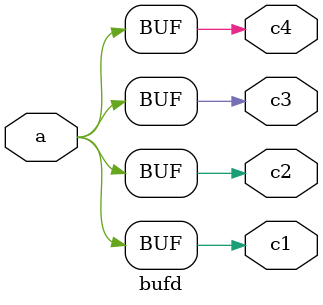
<source format=v>
module bufd(
    input a,
    output reg c1, c2, c3, c4
    );
    always@(*)
    begin
    #3 c1 =  a;
         end
       always@(*)
    begin
       c2 = #3 a;
         end
       always@(*)
    begin
        #3 c3 <=  a;
           end
       always@(*)
    begin
         c4 <= #3 a;
       end
endmodule

</source>
